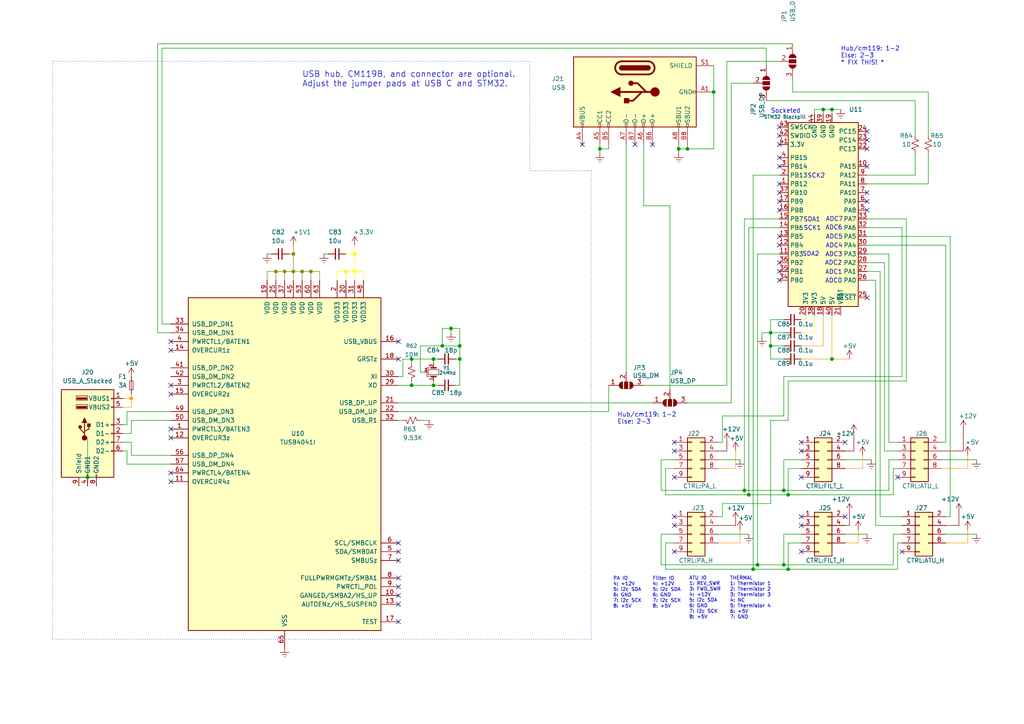
<source format=kicad_sch>
(kicad_sch (version 20230121) (generator eeschema)
  (paper "A4")
  (title_block (title "Control Logic") (rev "2023/08/20"))
  (lib_symbols
    (symbol "Connector:USB_A_Stacked" (pin_names (offset 1.016))
      (property "Reference" "J" (at 0 15.875 0))
      (property "Value" "USB_A_Stacked" (at 0 13.97 0))
      (symbol "USB_A_Stacked_1_1"
        (pin power_in line (at 10.16 10.16 180) (length 2.54) (name "VBUS1") (number "1"))
        (pin bidirectional line (at 10.16 0 180) (length 2.54) (name "D1-") (number "2"))
        (pin bidirectional line (at 10.16 2.54 180) (length 2.54) (name "D1+") (number "3"))
        (pin power_in line (at 0 -15.24 90) (length 2.54) (name "GND1") (number "4"))
        (pin power_in line (at 10.16 7.62 180) (length 2.54) (name "VBUS2") (number "5"))
        (pin bidirectional line (at 10.16 -5.08 180) (length 2.54) (name "D2-") (number "6"))
        (pin bidirectional line (at 10.16 -2.54 180) (length 2.54) (name "D2+") (number "7"))
        (pin power_in line (at 2.54 -15.24 90) (length 2.54) (name "GND2") (number "8"))
        (pin passive line (at -2.54 -15.24 90) (length 2.54) (name "Shield") (number "9"))
      )
    )
    (symbol "Connector:USB_C_Receptacle_USB2.0" (pin_names (offset 1.016))
      (property "Reference" "J" (at -10.16 19.05 0))
      (property "Value" "USB_C_Receptacle_USB2.0" (at 19.05 19.05 0))
      (symbol "USB_C_Receptacle_USB2.0_1_1"
        (pin passive line (at 0 -22.86 90) (length 5.08) (name "GND") (number "A1"))
        (pin passive line (at 0 -22.86 90) (length 5.08) hide (name "GND") (number "A12"))
        (pin passive line (at 15.24 15.24 180) (length 5.08) (name "VBUS") (number "A4"))
        (pin bidirectional line (at 15.24 10.16 180) (length 5.08) (name "CC1") (number "A5"))
        (pin bidirectional line (at 15.24 -2.54 180) (length 5.08) (name "D+") (number "A6"))
        (pin bidirectional line (at 15.24 2.54 180) (length 5.08) (name "D-") (number "A7"))
        (pin bidirectional line (at 15.24 -12.7 180) (length 5.08) (name "SBU1") (number "A8"))
        (pin passive line (at 15.24 15.24 180) (length 5.08) hide (name "VBUS") (number "A9"))
        (pin passive line (at 0 -22.86 90) (length 5.08) hide (name "GND") (number "B1"))
        (pin passive line (at 0 -22.86 90) (length 5.08) hide (name "GND") (number "B12"))
        (pin passive line (at 15.24 15.24 180) (length 5.08) hide (name "VBUS") (number "B4"))
        (pin bidirectional line (at 15.24 7.62 180) (length 5.08) (name "CC2") (number "B5"))
        (pin bidirectional line (at 15.24 -5.08 180) (length 5.08) (name "D+") (number "B6"))
        (pin bidirectional line (at 15.24 0 180) (length 5.08) (name "D-") (number "B7"))
        (pin bidirectional line (at 15.24 -15.24 180) (length 5.08) (name "SBU2") (number "B8"))
        (pin passive line (at 15.24 15.24 180) (length 5.08) hide (name "VBUS") (number "B9"))
        (pin passive line (at -7.62 -22.86 90) (length 5.08) (name "SHIELD") (number "S1"))
      )
    )
    (symbol "Connector_Generic:Conn_2Rows-09Pins" (pin_names (offset 1.016) hide)
      (property "Reference" "J" (at 1.27 7.62 0))
      (property "Value" "Conn_2Rows-09Pins" (at 1.27 -7.62 0))
      (symbol "Conn_2Rows-09Pins_1_1"
        (pin passive line (at -5.08 5.08 0) (length 3.81) (name "Pin_1") (number "1"))
        (pin passive line (at 7.62 5.08 180) (length 3.81) (name "Pin_2") (number "2"))
        (pin passive line (at -5.08 2.54 0) (length 3.81) (name "Pin_3") (number "3"))
        (pin passive line (at 7.62 2.54 180) (length 3.81) (name "Pin_4") (number "4"))
        (pin passive line (at -5.08 0 0) (length 3.81) (name "Pin_5") (number "5"))
        (pin passive line (at 7.62 0 180) (length 3.81) (name "Pin_6") (number "6"))
        (pin passive line (at -5.08 -2.54 0) (length 3.81) (name "Pin_7") (number "7"))
        (pin passive line (at 7.62 -2.54 180) (length 3.81) (name "Pin_8") (number "8"))
        (pin passive line (at -5.08 -5.08 0) (length 3.81) (name "Pin_9") (number "9"))
      )
    )
    (symbol "Device:C_Small" (pin_numbers hide) (pin_names (offset 0.254) hide)
      (property "Reference" "C" (at 0.254 1.778 0))
      (property "Value" "C_Small" (at 0.254 -2.032 0))
      (symbol "C_Small_1_1"
        (pin passive line (at 0 2.54 270) (length 2.032) (name "~") (number "1"))
        (pin passive line (at 0 -2.54 90) (length 2.032) (name "~") (number "2"))
      )
    )
    (symbol "Device:Crystal_GND2_Small" (pin_names (offset 1.016) hide)
      (property "Reference" "Y" (at 0 5.08 0))
      (property "Value" "Crystal_GND2_Small" (at 0 3.175 0))
      (symbol "Crystal_GND2_Small_1_1"
        (pin passive line (at -2.54 0 0) (length 1.27) (name "1") (number "1"))
        (pin passive line (at 0 -2.54 90) (length 0.635) (name "2") (number "2"))
        (pin passive line (at 2.54 0 180) (length 1.27) (name "3") (number "3"))
      )
    )
    (symbol "Device:Fuse_Small" (pin_numbers hide) (pin_names (offset 0.254) hide)
      (property "Reference" "F" (at 0 -1.524 0))
      (property "Value" "Fuse_Small" (at 0 1.524 0))
      (symbol "Fuse_Small_1_1"
        (pin passive line (at -2.54 0 0) (length 1.27) (name "~") (number "1"))
        (pin passive line (at 2.54 0 180) (length 1.27) (name "~") (number "2"))
      )
    )
    (symbol "Device:R_Small_US" (pin_numbers hide) (pin_names (offset 0.254) hide)
      (property "Reference" "R" (at 0.762 0.508 0))
      (property "Value" "R_Small_US" (at 0.762 -1.016 0))
      (symbol "R_Small_US_1_1"
        (pin passive line (at 0 2.54 270) (length 1.016) (name "~") (number "1"))
        (pin passive line (at 0 -2.54 90) (length 1.016) (name "~") (number "2"))
      )
    )
    (symbol "Interface_USB:TUSB4041I" (pin_names (offset 1.016))
      (property "Reference" "U" (at 15.24 53.34 0))
      (property "Value" "TUSB4041I" (at 15.24 50.8 0))
      (symbol "TUSB4041I_1_1"
        (pin bidirectional line (at 33.02 10.16 180) (length 5.08) (name "PWRCTL3/BATEN3") (number "1"))
        (pin bidirectional line (at -33.02 -38.1 0) (length 5.08) (name "GANGED/SMBA2/HS_UP") (number "10"))
        (pin input line (at 33.02 -5.08 180) (length 5.08) (name "OVERCUR4z") (number "11"))
        (pin input line (at 33.02 7.62 180) (length 5.08) (name "OVERCUR3z") (number "12"))
        (pin bidirectional line (at -33.02 -40.64 0) (length 5.08) (name "AUTOENz/HS_SUSPEND") (number "13"))
        (pin input line (at 33.02 33.02 180) (length 5.08) (name "OVERCUR1z") (number "14"))
        (pin input line (at 33.02 20.32 180) (length 5.08) (name "OVERCUR2z") (number "15"))
        (pin input line (at -33.02 35.56 0) (length 5.08) (name "USB_VBUS") (number "16"))
        (pin input line (at -33.02 -45.72 0) (length 5.08) (name "TEST") (number "17"))
        (pin input line (at -33.02 30.48 0) (length 5.08) (name "GRSTz") (number "18"))
        (pin power_in line (at 5.08 53.34 270) (length 5.08) (name "VDD") (number "19"))
        (pin power_in line (at -15.24 53.34 270) (length 5.08) (name "VDD33") (number "2"))
        (pin power_in line (at -17.78 53.34 270) (length 5.08) (name "VDD33") (number "20"))
        (pin bidirectional line (at -33.02 17.78 0) (length 5.08) (name "USB_DP_UP") (number "21"))
        (pin bidirectional line (at -33.02 15.24 0) (length 5.08) (name "USB_DM_UP") (number "22"))
        (pin bidirectional line (at 33.02 -17.78 180) (length 5.08) hide (name "RSVD") (number "23"))
        (pin bidirectional line (at 33.02 -20.32 180) (length 5.08) hide (name "RSVD") (number "24"))
        (pin power_in line (at 2.54 53.34 270) (length 5.08) (name "VDD") (number "25"))
        (pin bidirectional line (at 33.02 -22.86 180) (length 5.08) hide (name "RSVD") (number "26"))
        (pin bidirectional line (at 33.02 -25.4 180) (length 5.08) hide (name "RSVD") (number "27"))
        (pin no_connect line (at 33.02 -43.18 180) (length 5.08) hide (name "NC") (number "28"))
        (pin output line (at -33.02 22.86 0) (length 5.08) (name "XO") (number "29"))
        (pin bidirectional line (at 33.02 22.86 180) (length 5.08) (name "PWRCTL2/BATEN2") (number "3"))
        (pin input line (at -33.02 25.4 0) (length 5.08) (name "XI") (number "30"))
        (pin power_in line (at -20.32 53.34 270) (length 5.08) (name "VDD33") (number "31"))
        (pin input line (at -33.02 12.7 0) (length 5.08) (name "USB_R1") (number "32"))
        (pin bidirectional line (at 33.02 40.64 180) (length 5.08) (name "USB_DP_DN1") (number "33"))
        (pin bidirectional line (at 33.02 38.1 180) (length 5.08) (name "USB_DM_DN1") (number "34"))
        (pin bidirectional line (at 33.02 -27.94 180) (length 5.08) hide (name "RSVD") (number "35"))
        (pin bidirectional line (at 33.02 -30.48 180) (length 5.08) hide (name "RSVD") (number "36"))
        (pin power_in line (at 0 53.34 270) (length 5.08) (name "VDD") (number "37"))
        (pin bidirectional line (at 33.02 -33.02 180) (length 5.08) hide (name "RSVD") (number "38"))
        (pin bidirectional line (at 33.02 -35.56 180) (length 5.08) hide (name "RSVD") (number "39"))
        (pin bidirectional line (at 33.02 35.56 180) (length 5.08) (name "PWRCTL1/BATEN1") (number "4"))
        (pin no_connect line (at 33.02 -45.72 180) (length 5.08) hide (name "NC") (number "40"))
        (pin bidirectional line (at 33.02 27.94 180) (length 5.08) (name "USB_DP_DN2") (number "41"))
        (pin bidirectional line (at 33.02 25.4 180) (length 5.08) (name "USB_DM_DN2") (number "42"))
        (pin bidirectional line (at 33.02 -38.1 180) (length 5.08) hide (name "RSVD") (number "43"))
        (pin bidirectional line (at -33.02 7.62 0) (length 5.08) hide (name "RSVD") (number "44"))
        (pin power_in line (at -2.54 53.34 270) (length 5.08) (name "VDD") (number "45"))
        (pin bidirectional line (at -33.02 5.08 0) (length 5.08) hide (name "RSVD") (number "46"))
        (pin bidirectional line (at -33.02 2.54 0) (length 5.08) hide (name "RSVD") (number "47"))
        (pin power_in line (at -22.86 53.34 270) (length 5.08) (name "VDD33") (number "48"))
        (pin bidirectional line (at 33.02 15.24 180) (length 5.08) (name "USB_DP_DN3") (number "49"))
        (pin bidirectional line (at -33.02 -25.4 0) (length 5.08) (name "SDA/SMBDAT") (number "5"))
        (pin bidirectional line (at 33.02 12.7 180) (length 5.08) (name "USB_DM_DN3") (number "50"))
        (pin bidirectional line (at -33.02 0 0) (length 5.08) hide (name "RSVD") (number "51"))
        (pin bidirectional line (at -33.02 -2.54 0) (length 5.08) hide (name "RSVD") (number "52"))
        (pin power_in line (at -5.08 53.34 270) (length 5.08) (name "VDD") (number "53"))
        (pin bidirectional line (at -33.02 -5.08 0) (length 5.08) hide (name "RSVD") (number "54"))
        (pin bidirectional line (at -33.02 -7.62 0) (length 5.08) hide (name "RSVD") (number "55"))
        (pin bidirectional line (at 33.02 2.54 180) (length 5.08) (name "USB_DP_DN4") (number "56"))
        (pin bidirectional line (at 33.02 0 180) (length 5.08) (name "USB_DM_DN4") (number "57"))
        (pin bidirectional line (at -33.02 -10.16 0) (length 5.08) hide (name "RSVD") (number "58"))
        (pin bidirectional line (at -33.02 -12.7 0) (length 5.08) hide (name "RSVD") (number "59"))
        (pin bidirectional line (at -33.02 -22.86 0) (length 5.08) (name "SCL/SMBCLK") (number "6"))
        (pin power_in line (at -7.62 53.34 270) (length 5.08) (name "VDD") (number "60"))
        (pin bidirectional line (at -33.02 -15.24 0) (length 5.08) hide (name "RSVD") (number "61"))
        (pin bidirectional line (at -33.02 -17.78 0) (length 5.08) hide (name "RSVD") (number "62"))
        (pin power_in line (at -10.16 53.34 270) (length 5.08) (name "VDD") (number "63"))
        (pin bidirectional line (at 33.02 -2.54 180) (length 5.08) (name "PWRCTL4/BATEN4") (number "64"))
        (pin power_in line (at 0 -53.34 90) (length 5.08) (name "VSS") (number "65"))
        (pin bidirectional line (at -33.02 -27.94 0) (length 5.08) (name "SMBUSz") (number "7"))
        (pin bidirectional line (at -33.02 -33.02 0) (length 5.08) (name "FULLPWRMGMTz/SMBA1") (number "8"))
        (pin bidirectional line (at -33.02 -35.56 0) (length 5.08) (name "PWRCTL_POL") (number "9"))
      )
    )
    (symbol "Jumper:SolderJumper_3_Open" (pin_names (offset 0) hide)
      (property "Reference" "JP" (at -2.54 -2.54 0))
      (property "Value" "SolderJumper_3_Open" (at 0 2.794 0))
      (symbol "SolderJumper_3_Open_1_1"
        (pin passive line (at -5.08 0 0) (length 2.54) (name "A") (number "1"))
        (pin passive line (at 0 -3.81 90) (length 2.54) (name "C") (number "2"))
        (pin passive line (at 5.08 0 180) (length 2.54) (name "B") (number "3"))
      )
    )
    (symbol "blackpill_stlink:BlackPill_STLINK"
      (property "Reference" "U6" (at 4.5594 -27.5495 0))
      (property "Value" "BlackPill_STLINK" (at 4.5594 -30.3246 0))
      (symbol "BlackPill_STLINK_1_1"
        (pin bidirectional line (at 12.7 -7.62 180) (length 2.54) (name "PB12") (number "1"))
        (pin bidirectional line (at -12.7 -12.7 0) (length 2.54) (name "PA15") (number "10"))
        (pin bidirectional line (at 12.7 12.7 180) (length 2.54) (name "PB3") (number "11"))
        (pin bidirectional line (at 12.7 10.16 180) (length 2.54) (name "PB4") (number "12"))
        (pin bidirectional line (at 12.7 7.62 180) (length 2.54) (name "PB5") (number "13"))
        (pin bidirectional line (at 12.7 5.08 180) (length 2.54) (name "PB6") (number "14"))
        (pin bidirectional line (at 12.7 2.54 180) (length 2.54) (name "PB7") (number "15"))
        (pin bidirectional line (at 12.7 0 180) (length 2.54) (name "PB8") (number "16"))
        (pin bidirectional line (at 12.7 -2.54 180) (length 2.54) (name "PB9") (number "17"))
        (pin power_in line (at 0 30.48 270) (length 2.54) (name "5V") (number "18"))
        (pin power_in line (at -2.54 -27.94 90) (length 2.54) (name "GND") (number "19"))
        (pin bidirectional line (at 12.7 -10.16 180) (length 2.54) (name "PB13") (number "2"))
        (pin power_out line (at 5.08 30.48 270) (length 2.54) (name "3V3") (number "20"))
        (pin power_in line (at -5.08 30.48 270) (length 2.54) (name "VBAT") (number "21"))
        (pin bidirectional line (at -12.7 -17.78 0) (length 2.54) (name "PC13") (number "22"))
        (pin bidirectional line (at -12.7 -20.32 0) (length 2.54) (name "PC14") (number "23"))
        (pin bidirectional line (at -12.7 -22.86 0) (length 2.54) (name "PC15") (number "24"))
        (pin input line (at -12.7 25.4 0) (length 2.54) (name "~{RESET}") (number "25"))
        (pin bidirectional line (at -12.7 20.32 0) (length 2.54) (name "PA0") (number "26"))
        (pin bidirectional line (at -12.7 17.78 0) (length 2.54) (name "PA1") (number "27"))
        (pin bidirectional line (at -12.7 15.24 0) (length 2.54) (name "PA2") (number "28"))
        (pin bidirectional line (at -12.7 12.7 0) (length 2.54) (name "PA3") (number "29"))
        (pin bidirectional line (at 12.7 -12.7 180) (length 2.54) (name "PB14") (number "3"))
        (pin bidirectional line (at -12.7 10.16 0) (length 2.54) (name "PA4") (number "30"))
        (pin bidirectional line (at -12.7 7.62 0) (length 2.54) (name "PA5") (number "31"))
        (pin bidirectional line (at -12.7 5.08 0) (length 2.54) (name "PA6") (number "32"))
        (pin bidirectional line (at -12.7 2.54 0) (length 2.54) (name "PA7") (number "33"))
        (pin bidirectional line (at 12.7 20.32 180) (length 2.54) (name "PB0") (number "34"))
        (pin bidirectional line (at 12.7 17.78 180) (length 2.54) (name "PB1") (number "35"))
        (pin bidirectional line (at 12.7 15.24 180) (length 2.54) (name "PB2") (number "36"))
        (pin bidirectional line (at 12.7 -5.08 180) (length 2.54) (name "PB10") (number "37"))
        (pin power_out line (at 2.54 30.48 270) (length 2.54) (name "3V3") (number "38"))
        (pin power_in line (at 0 -27.94 90) (length 2.54) (name "GND") (number "39"))
        (pin bidirectional line (at 12.7 -15.24 180) (length 2.54) (name "PB15") (number "4"))
        (pin passive line (at -2.54 30.48 270) (length 2.54) (name "5V") (number "40"))
        (pin power_out line (at 12.7 -19.05 180) (length 2.54) (name "3.3V") (number "41"))
        (pin bidirectional line (at 12.7 -21.59 180) (length 2.54) (name "SWDIO") (number "42"))
        (pin bidirectional line (at 12.7 -24.13 180) (length 2.54) (name "SWSCK") (number "43"))
        (pin power_in line (at 2.54 -27.94 90) (length 2.54) (name "GND") (number "44"))
        (pin bidirectional line (at -12.7 0 0) (length 2.54) (name "PA8") (number "5"))
        (pin bidirectional line (at -12.7 -2.54 0) (length 2.54) (name "PA9") (number "6"))
        (pin bidirectional line (at -12.7 -5.08 0) (length 2.54) (name "PA10") (number "7"))
        (pin bidirectional line (at -12.7 -7.62 0) (length 2.54) (name "PA11") (number "8"))
        (pin bidirectional line (at -12.7 -10.16 0) (length 2.54) (name "PA12") (number "9"))
      )
    )
    (symbol "power:+12V" (power) (pin_names (offset 0))
      (property "Value" "+12V" (at 0 3.556 0))
      (symbol "+12V_1_1"
        (pin power_in line (at 0 0 90) (length 0) hide (name "+12V") (number "1"))
      )
    )
    (symbol "power:+1V1" (power) (pin_names (offset 0))
      (property "Value" "+1V1" (at 0 3.556 0))
      (symbol "+1V1_1_1"
        (pin power_in line (at 0 0 90) (length 0) hide (name "+1V1") (number "1"))
      )
    )
    (symbol "power:+3.3V" (power) (pin_names (offset 0))
      (property "Value" "+3.3V" (at 0 3.556 0))
      (symbol "+3.3V_1_1"
        (pin power_in line (at 0 0 90) (length 0) hide (name "+3.3V") (number "1"))
      )
    )
    (symbol "power:+5V" (power) (pin_names (offset 0))
      (property "Value" "+5V" (at 0 3.556 0))
      (symbol "+5V_1_1"
        (pin power_in line (at 0 0 90) (length 0) hide (name "+5V") (number "1"))
      )
    )
    (symbol "power:Earth" (power) (pin_names (offset 0))
      (symbol "Earth_1_1"
        (pin power_in line (at 0 0 270) (length 0) hide (name "Earth") (number "1"))
      )
    )
  )
  (junction (at 223.52 96.52))
  (junction (at 102.87 78.74) (color 255 255 0 1))
  (junction (at 80.01 78.74) (color 132 132 0 1))
  (junction (at 38.1 115.57) (color 255 153 0 1))
  (junction (at 219.71 163.83))
  (junction (at 241.3 104.14))
  (junction (at 102.87 73.66) (color 255 255 0 1))
  (junction (at 228.6 165.1))
  (junction (at 85.09 78.74) (color 132 132 0 1))
  (junction (at 215.9 142.24))
  (junction (at 217.17 143.51))
  (junction (at 85.09 73.66) (color 132 132 0 1))
  (junction (at 227.33 163.83))
  (junction (at 207.01 26.67))
  (junction (at 130.81 95.25))
  (junction (at 218.44 165.1))
  (junction (at 238.76 31.75))
  (junction (at 125.73 104.14))
  (junction (at 90.17 78.74) (color 132 132 0 1))
  (junction (at 173.99 43.18))
  (junction (at 87.63 78.74) (color 132 132 0 1))
  (junction (at 133.35 104.14))
  (junction (at 223.52 100.33))
  (junction (at 133.35 100.33))
  (junction (at 227.33 142.24))
  (junction (at 241.3 31.75))
  (junction (at 199.39 43.18))
  (junction (at 100.33 78.74) (color 255 255 0 1))
  (junction (at 128.27 100.33))
  (junction (at 196.85 43.18))
  (junction (at 119.38 111.76))
  (junction (at 25.4 138.43))
  (junction (at 119.38 104.14))
  (junction (at 82.55 78.74) (color 132 132 0 1))
  (junction (at 125.73 111.76))
  (junction (at 228.6 143.51))
  (no_connect (at 49.53 114.3))
  (no_connect (at 115.57 157.48))
  (no_connect (at 115.57 162.56))
  (no_connect (at 226.06 55.88))
  (no_connect (at 49.53 139.7))
  (no_connect (at 226.06 81.28))
  (no_connect (at 232.41 128.27))
  (no_connect (at 195.58 138.43))
  (no_connect (at 184.15 41.91))
  (no_connect (at 245.11 149.86))
  (no_connect (at 115.57 104.14))
  (no_connect (at 251.46 43.18))
  (no_connect (at 115.57 180.34))
  (no_connect (at 226.06 78.74))
  (no_connect (at 195.58 160.02))
  (no_connect (at 49.53 99.06))
  (no_connect (at 115.57 175.26))
  (no_connect (at 251.46 40.64))
  (no_connect (at 226.06 48.26))
  (no_connect (at 245.11 128.27))
  (no_connect (at 189.23 41.91))
  (no_connect (at 226.06 71.12))
  (no_connect (at 168.91 41.91))
  (no_connect (at 49.53 111.76))
  (no_connect (at 195.58 128.27))
  (no_connect (at 49.53 124.46))
  (no_connect (at 115.57 170.18))
  (no_connect (at 232.41 130.81))
  (no_connect (at 261.62 160.02))
  (no_connect (at 115.57 160.02))
  (no_connect (at 226.06 41.91))
  (no_connect (at 232.41 149.86))
  (no_connect (at 226.06 53.34))
  (no_connect (at 195.58 152.4))
  (no_connect (at 115.57 172.72))
  (no_connect (at 115.57 167.64))
  (no_connect (at 251.46 55.88))
  (no_connect (at 49.53 137.16))
  (no_connect (at 232.41 138.43))
  (no_connect (at 115.57 99.06))
  (no_connect (at 232.41 160.02))
  (no_connect (at 49.53 127))
  (no_connect (at 251.46 58.42))
  (no_connect (at 226.06 58.42))
  (no_connect (at 251.46 38.1))
  (no_connect (at 226.06 68.58))
  (no_connect (at 226.06 60.96))
  (no_connect (at 251.46 86.36))
  (no_connect (at 251.46 60.96))
  (no_connect (at 226.06 39.37))
  (no_connect (at 260.35 138.43))
  (no_connect (at 226.06 76.2))
  (no_connect (at 251.46 48.26))
  (no_connect (at 195.58 149.86))
  (no_connect (at 195.58 130.81))
  (no_connect (at 226.06 45.72))
  (no_connect (at 232.41 152.4))
  (no_connect (at 226.06 36.83))
  (no_connect (at 49.53 101.6))
  (wire (pts (xy 102.87 81.28) (xy 102.87 78.74)) (stroke (width 0) (color 255 255 0 1)))
  (wire (pts (xy 191.77 142.24) (xy 215.9 142.24)))
  (wire (pts (xy 121.92 107.95) (xy 121.92 100.33)))
  (wire (pts (xy 227.33 92.71) (xy 223.52 92.71)))
  (wire (pts (xy 218.44 165.1) (xy 228.6 165.1)))
  (wire (pts (xy 173.99 43.18) (xy 173.99 41.91)))
  (wire (pts (xy 217.17 154.94) (xy 208.28 154.94)))
  (wire (pts (xy 274.32 71.12) (xy 251.46 71.12)))
  (wire (pts (xy 209.55 146.05) (xy 209.55 149.86)))
  (wire (pts (xy 241.3 33.02) (xy 241.3 31.75)))
  (wire (pts (xy 125.73 111.76) (xy 127 111.76)))
  (polyline (pts (xy 92.71 17.78) (xy 92.71 17.78)))
  (wire (pts (xy 209.55 149.86) (xy 208.28 149.86)))
  (wire (pts (xy 82.55 81.28) (xy 82.55 78.74)) (stroke (width 0) (color 132 132 0 1)))
  (wire (pts (xy 222.25 29.21) (xy 265.43 29.21)))
  (wire (pts (xy 232.41 157.48) (xy 228.6 157.48)))
  (polyline (pts (xy 171.45 111.76) (xy 171.45 111.76)))
  (wire (pts (xy 116.84 104.14) (xy 116.84 109.22)))
  (wire (pts (xy 254 152.4) (xy 261.62 152.4)))
  (wire (pts (xy 36.83 130.81) (xy 35.56 130.81)))
  (wire (pts (xy 227.33 163.83) (xy 259.08 163.83)))
  (wire (pts (xy 261.62 154.94) (xy 259.08 154.94)))
  (wire (pts (xy 275.59 68.58) (xy 251.46 68.58)))
  (wire (pts (xy 257.81 128.27) (xy 260.35 128.27)))
  (wire (pts (xy 45.72 12.7) (xy 45.72 96.52)))
  (wire (pts (xy 132.08 104.14) (xy 133.35 104.14)))
  (wire (pts (xy 238.76 33.02) (xy 238.76 31.75)))
  (wire (pts (xy 85.09 73.66) (xy 83.82 73.66)) (stroke (width 0) (color 132 132 0 1)))
  (wire (pts (xy 245.11 154.94) (xy 251.46 154.94)))
  (wire (pts (xy 191.77 133.35) (xy 195.58 133.35)))
  (polyline (pts (xy 15.24 17.78) (xy 15.24 185.42)) (stroke (width 0) (type dot)))
  (wire (pts (xy 115.57 111.76) (xy 119.38 111.76)))
  (wire (pts (xy 186.69 111.76) (xy 210.82 111.76)))
  (wire (pts (xy 115.57 116.84) (xy 189.23 116.84)))
  (wire (pts (xy 241.3 104.14) (xy 246.38 104.14)) (stroke (width 0) (color 255 153 0 1)))
  (wire (pts (xy 274.32 71.12) (xy 274.32 128.27)))
  (wire (pts (xy 121.92 121.92) (xy 124.46 121.92)))
  (wire (pts (xy 217.17 66.04) (xy 217.17 143.51)))
  (wire (pts (xy 125.73 104.14) (xy 125.73 105.41)))
  (wire (pts (xy 278.13 152.4) (xy 274.32 152.4)) (stroke (width 0) (color 132 0 0 1)))
  (wire (pts (xy 176.53 41.91) (xy 176.53 43.18)))
  (wire (pts (xy 283.21 154.94) (xy 274.32 154.94)))
  (wire (pts (xy 223.52 104.14) (xy 223.52 100.33)))
  (wire (pts (xy 132.08 111.76) (xy 133.35 111.76)))
  (wire (pts (xy 269.24 53.34) (xy 251.46 53.34)))
  (wire (pts (xy 102.87 73.66) (xy 102.87 71.12)) (stroke (width 0) (color 255 255 0 1)))
  (wire (pts (xy 220.98 96.52) (xy 223.52 96.52)))
  (wire (pts (xy 208.28 128.27) (xy 209.55 128.27)))
  (wire (pts (xy 232.41 135.89) (xy 228.6 135.89)))
  (wire (pts (xy 176.53 111.76) (xy 176.53 119.38)))
  (wire (pts (xy 38.1 132.08) (xy 38.1 128.27)))
  (wire (pts (xy 236.22 31.75) (xy 238.76 31.75)))
  (wire (pts (xy 280.67 157.48) (xy 274.32 157.48)) (stroke (width 0) (color 255 153 0 1)))
  (wire (pts (xy 193.04 157.48) (xy 195.58 157.48)))
  (wire (pts (xy 228.6 110.49) (xy 228.6 121.92)))
  (wire (pts (xy 102.87 73.66) (xy 100.33 73.66)) (stroke (width 0) (color 255 255 0 1)))
  (wire (pts (xy 193.04 135.89) (xy 193.04 143.51)))
  (wire (pts (xy 212.09 116.84) (xy 212.09 24.13)))
  (wire (pts (xy 208.28 152.4) (xy 213.36 152.4)) (stroke (width 0) (color 132 0 0 1)))
  (wire (pts (xy 176.53 119.38) (xy 115.57 119.38)))
  (wire (pts (xy 251.46 63.5) (xy 262.89 63.5)))
  (wire (pts (xy 280.67 135.89) (xy 273.05 135.89)) (stroke (width 0) (color 255 153 0 1)))
  (wire (pts (xy 38.1 114.3) (xy 38.1 115.57)) (stroke (width 0) (color 255 153 0 1)))
  (wire (pts (xy 261.62 66.04) (xy 251.46 66.04)))
  (polyline (pts (xy 171.45 185.42) (xy 171.45 111.76)) (stroke (width 0) (type dot)))
  (wire (pts (xy 228.6 121.92) (xy 223.52 121.92)))
  (wire (pts (xy 125.73 111.76) (xy 125.73 110.49)))
  (wire (pts (xy 199.39 43.18) (xy 196.85 43.18)))
  (polyline (pts (xy 171.45 111.76) (xy 171.45 49.53)) (stroke (width 0) (type dot)))
  (wire (pts (xy 227.33 133.35) (xy 227.33 142.24)))
  (wire (pts (xy 22.86 140.97) (xy 22.86 138.43)))
  (wire (pts (xy 80.01 78.74) (xy 82.55 78.74)) (stroke (width 0) (color 132 132 0 1)))
  (wire (pts (xy 238.76 100.33) (xy 238.76 91.44)) (stroke (width 0) (color 255 153 0 1)))
  (wire (pts (xy 92.71 78.74) (xy 90.17 78.74)) (stroke (width 0) (color 132 132 0 1)))
  (wire (pts (xy 210.82 130.81) (xy 210.82 128.27)) (stroke (width 0) (color 132 0 0 1)))
  (wire (pts (xy 212.09 24.13) (xy 218.44 24.13)))
  (wire (pts (xy 279.4 124.46) (xy 279.4 130.81)) (stroke (width 0) (color 132 0 0 1)))
  (wire (pts (xy 219.71 73.66) (xy 219.71 163.83)))
  (wire (pts (xy 223.52 121.92) (xy 223.52 146.05)))
  (wire (pts (xy 181.61 41.91) (xy 181.61 107.95)))
  (wire (pts (xy 199.39 116.84) (xy 212.09 116.84)))
  (wire (pts (xy 241.3 104.14) (xy 241.3 91.44)) (stroke (width 0) (color 255 153 0 1)))
  (wire (pts (xy 85.09 78.74) (xy 87.63 78.74)) (stroke (width 0) (color 132 132 0 1)))
  (wire (pts (xy 36.83 134.62) (xy 49.53 134.62)))
  (wire (pts (xy 228.6 157.48) (xy 228.6 165.1)))
  (wire (pts (xy 97.79 81.28) (xy 97.79 78.74)) (stroke (width 0) (color 255 255 0 1)))
  (wire (pts (xy 228.6 165.1) (xy 260.35 165.1)))
  (wire (pts (xy 226.06 66.04) (xy 217.17 66.04)))
  (wire (pts (xy 100.33 81.28) (xy 100.33 78.74)) (stroke (width 0) (color 255 255 0 1)))
  (wire (pts (xy 251.46 73.66) (xy 257.81 73.66)))
  (wire (pts (xy 38.1 118.11) (xy 38.1 115.57)) (stroke (width 0) (color 255 153 0 1)))
  (wire (pts (xy 223.52 96.52) (xy 223.52 92.71)))
  (wire (pts (xy 22.86 138.43) (xy 25.4 138.43)))
  (wire (pts (xy 245.11 152.4) (xy 246.38 152.4)) (stroke (width 0) (color 132 0 0 1)))
  (wire (pts (xy 209.55 128.27) (xy 209.55 120.65)))
  (wire (pts (xy 77.47 78.74) (xy 80.01 78.74)) (stroke (width 0) (color 132 132 0 1)))
  (wire (pts (xy 199.39 41.91) (xy 199.39 43.18)))
  (wire (pts (xy 226.06 50.8) (xy 218.44 50.8)))
  (wire (pts (xy 213.36 130.81) (xy 213.36 135.89)) (stroke (width 0) (color 255 153 0 1)))
  (wire (pts (xy 256.54 130.81) (xy 260.35 130.81)))
  (wire (pts (xy 274.32 128.27) (xy 273.05 128.27)))
  (wire (pts (xy 229.87 26.67) (xy 229.87 22.86)))
  (wire (pts (xy 193.04 165.1) (xy 218.44 165.1)))
  (wire (pts (xy 233.68 92.71) (xy 232.41 92.71)) (stroke (width 0) (color 255 255 0 1)))
  (wire (pts (xy 186.69 59.69) (xy 194.31 59.69)))
  (wire (pts (xy 199.39 43.18) (xy 207.01 43.18)))
  (wire (pts (xy 46.99 13.97) (xy 222.25 13.97)))
  (wire (pts (xy 251.46 78.74) (xy 255.27 78.74)))
  (wire (pts (xy 238.76 100.33) (xy 232.41 100.33)) (stroke (width 0) (color 255 153 0 1)))
  (wire (pts (xy 210.82 17.78) (xy 226.06 17.78)))
  (wire (pts (xy 25.4 138.43) (xy 27.94 138.43)))
  (wire (pts (xy 217.17 143.51) (xy 228.6 143.51)))
  (polyline (pts (xy 15.24 185.42) (xy 171.45 185.42)) (stroke (width 0) (type dot)))
  (wire (pts (xy 38.1 121.92) (xy 49.53 121.92)))
  (wire (pts (xy 223.52 146.05) (xy 209.55 146.05)))
  (wire (pts (xy 226.06 63.5) (xy 215.9 63.5)))
  (wire (pts (xy 105.41 81.28) (xy 105.41 78.74)) (stroke (width 0) (color 255 255 0 1)))
  (wire (pts (xy 214.63 157.48) (xy 214.63 153.67)) (stroke (width 0) (color 255 153 0 1)))
  (wire (pts (xy 80.01 81.28) (xy 80.01 78.74)) (stroke (width 0) (color 132 132 0 1)))
  (wire (pts (xy 218.44 50.8) (xy 218.44 165.1)))
  (wire (pts (xy 261.62 157.48) (xy 260.35 157.48)))
  (wire (pts (xy 191.77 163.83) (xy 219.71 163.83)))
  (wire (pts (xy 275.59 149.86) (xy 274.32 149.86)))
  (wire (pts (xy 207.01 43.18) (xy 207.01 26.67)))
  (wire (pts (xy 133.35 104.14) (xy 133.35 100.33)))
  (wire (pts (xy 227.33 154.94) (xy 227.33 163.83)))
  (wire (pts (xy 191.77 142.24) (xy 191.77 133.35)))
  (wire (pts (xy 196.85 43.18) (xy 196.85 44.45)))
  (wire (pts (xy 278.13 148.59) (xy 278.13 152.4)) (stroke (width 0) (color 132 0 0 1)))
  (wire (pts (xy 232.41 133.35) (xy 227.33 133.35)))
  (wire (pts (xy 27.94 140.97) (xy 27.94 138.43)))
  (wire (pts (xy 262.89 110.49) (xy 228.6 110.49)))
  (wire (pts (xy 255.27 149.86) (xy 261.62 149.86)))
  (wire (pts (xy 246.38 148.59) (xy 246.38 152.4)) (stroke (width 0) (color 132 0 0 1)))
  (wire (pts (xy 115.57 121.92) (xy 116.84 121.92)))
  (wire (pts (xy 128.27 95.25) (xy 128.27 100.33)))
  (wire (pts (xy 119.38 104.14) (xy 116.84 104.14)))
  (wire (pts (xy 226.06 73.66) (xy 219.71 73.66)))
  (wire (pts (xy 223.52 100.33) (xy 223.52 96.52)))
  (wire (pts (xy 125.73 111.76) (xy 119.38 111.76)))
  (wire (pts (xy 130.81 95.25) (xy 128.27 95.25)))
  (wire (pts (xy 25.4 138.43) (xy 25.4 140.97)))
  (wire (pts (xy 257.81 73.66) (xy 257.81 128.27)))
  (wire (pts (xy 119.38 111.76) (xy 119.38 110.49)))
  (polyline (pts (xy 171.45 49.53) (xy 153.67 49.53)) (stroke (width 0) (type dot)))
  (wire (pts (xy 227.33 96.52) (xy 223.52 96.52)))
  (wire (pts (xy 248.92 153.67) (xy 248.92 157.48)) (stroke (width 0) (color 255 153 0 1)))
  (wire (pts (xy 236.22 96.52) (xy 236.22 91.44)) (stroke (width 0) (color 255 255 0 1)))
  (wire (pts (xy 87.63 81.28) (xy 87.63 78.74)) (stroke (width 0) (color 132 132 0 1)))
  (wire (pts (xy 213.36 135.89) (xy 208.28 135.89)) (stroke (width 0) (color 255 153 0 1)))
  (wire (pts (xy 227.33 100.33) (xy 223.52 100.33)))
  (wire (pts (xy 215.9 63.5) (xy 215.9 142.24)))
  (wire (pts (xy 102.87 78.74) (xy 102.87 73.66)) (stroke (width 0) (color 255 255 0 1)))
  (wire (pts (xy 123.19 107.95) (xy 121.92 107.95)))
  (wire (pts (xy 280.67 153.67) (xy 280.67 157.48)) (stroke (width 0) (color 255 153 0 1)))
  (wire (pts (xy 265.43 29.21) (xy 265.43 39.37)))
  (wire (pts (xy 252.73 133.35) (xy 245.11 133.35)))
  (wire (pts (xy 220.98 97.79) (xy 220.98 96.52)))
  (wire (pts (xy 195.58 135.89) (xy 193.04 135.89)))
  (wire (pts (xy 77.47 81.28) (xy 77.47 78.74)) (stroke (width 0) (color 132 132 0 1)))
  (wire (pts (xy 97.79 78.74) (xy 100.33 78.74)) (stroke (width 0) (color 255 255 0 1)))
  (wire (pts (xy 130.81 95.25) (xy 130.81 96.52)))
  (wire (pts (xy 121.92 100.33) (xy 128.27 100.33)))
  (wire (pts (xy 260.35 135.89) (xy 259.08 135.89)))
  (wire (pts (xy 176.53 43.18) (xy 173.99 43.18)))
  (wire (pts (xy 78.74 73.66) (xy 77.47 73.66)))
  (wire (pts (xy 260.35 157.48) (xy 260.35 165.1)))
  (wire (pts (xy 49.53 93.98) (xy 46.99 93.98)))
  (wire (pts (xy 46.99 13.97) (xy 46.99 93.98)))
  (wire (pts (xy 262.89 63.5) (xy 262.89 110.49)))
  (wire (pts (xy 35.56 118.11) (xy 38.1 118.11)) (stroke (width 0) (color 255 153 0 1)))
  (wire (pts (xy 259.08 154.94) (xy 259.08 163.83)))
  (wire (pts (xy 251.46 81.28) (xy 254 81.28)))
  (wire (pts (xy 92.71 81.28) (xy 92.71 78.74)) (stroke (width 0) (color 132 132 0 1)))
  (wire (pts (xy 90.17 81.28) (xy 90.17 78.74)) (stroke (width 0) (color 132 132 0 1)))
  (wire (pts (xy 250.19 132.08) (xy 250.19 135.89)) (stroke (width 0) (color 255 153 0 1)))
  (wire (pts (xy 261.62 109.22) (xy 261.62 66.04)))
  (wire (pts (xy 257.81 133.35) (xy 257.81 142.24)))
  (wire (pts (xy 213.36 152.4) (xy 213.36 151.13)) (stroke (width 0) (color 132 0 0 1)))
  (wire (pts (xy 208.28 157.48) (xy 214.63 157.48)) (stroke (width 0) (color 255 153 0 1)))
  (wire (pts (xy 254 81.28) (xy 254 152.4)))
  (wire (pts (xy 133.35 100.33) (xy 133.35 95.25)))
  (wire (pts (xy 273.05 133.35) (xy 283.21 133.35)))
  (wire (pts (xy 25.4 138.43) (xy 25.4 127)))
  (wire (pts (xy 259.08 143.51) (xy 228.6 143.51)))
  (wire (pts (xy 259.08 135.89) (xy 259.08 143.51)))
  (wire (pts (xy 229.87 26.67) (xy 269.24 26.67)))
  (wire (pts (xy 265.43 44.45) (xy 265.43 50.8)))
  (wire (pts (xy 255.27 78.74) (xy 255.27 149.86)))
  (wire (pts (xy 87.63 78.74) (xy 90.17 78.74)) (stroke (width 0) (color 132 132 0 1)))
  (wire (pts (xy 105.41 78.74) (xy 102.87 78.74)) (stroke (width 0) (color 255 255 0 1)))
  (wire (pts (xy 119.38 104.14) (xy 119.38 105.41)))
  (wire (pts (xy 193.04 165.1) (xy 193.04 157.48)))
  (wire (pts (xy 233.68 91.44) (xy 233.68 92.71)) (stroke (width 0) (color 255 255 0 1)))
  (wire (pts (xy 256.54 76.2) (xy 256.54 130.81)))
  (wire (pts (xy 227.33 120.65) (xy 227.33 109.22)))
  (wire (pts (xy 279.4 130.81) (xy 273.05 130.81)) (stroke (width 0) (color 132 0 0 1)))
  (wire (pts (xy 265.43 50.8) (xy 251.46 50.8)))
  (wire (pts (xy 85.09 81.28) (xy 85.09 78.74)) (stroke (width 0) (color 132 132 0 1)))
  (wire (pts (xy 116.84 109.22) (xy 115.57 109.22)))
  (wire (pts (xy 232.41 104.14) (xy 241.3 104.14)) (stroke (width 0) (color 255 153 0 1)))
  (wire (pts (xy 222.25 13.97) (xy 222.25 19.05)))
  (wire (pts (xy 186.69 41.91) (xy 186.69 59.69)))
  (wire (pts (xy 269.24 44.45) (xy 269.24 53.34)))
  (wire (pts (xy 36.83 134.62) (xy 36.83 130.81)))
  (wire (pts (xy 125.73 104.14) (xy 127 104.14)))
  (wire (pts (xy 38.1 125.73) (xy 38.1 121.92)))
  (polyline (pts (xy 15.24 17.78) (xy 153.67 17.78)) (stroke (width 0) (type dot)))
  (wire (pts (xy 208.28 133.35) (xy 214.63 133.35)))
  (wire (pts (xy 36.83 123.19) (xy 36.83 119.38)))
  (wire (pts (xy 260.35 133.35) (xy 257.81 133.35)))
  (wire (pts (xy 227.33 109.22) (xy 261.62 109.22)))
  (wire (pts (xy 38.1 132.08) (xy 49.53 132.08)))
  (wire (pts (xy 130.81 95.25) (xy 133.35 95.25)))
  (wire (pts (xy 85.09 78.74) (xy 85.09 73.66)) (stroke (width 0) (color 132 132 0 1)))
  (wire (pts (xy 245.11 157.48) (xy 248.92 157.48)) (stroke (width 0) (color 255 153 0 1)))
  (wire (pts (xy 196.85 41.91) (xy 196.85 43.18)))
  (wire (pts (xy 173.99 43.18) (xy 173.99 44.45)))
  (wire (pts (xy 247.65 130.81) (xy 245.11 130.81)) (stroke (width 0) (color 132 0 0 1)))
  (wire (pts (xy 194.31 59.69) (xy 194.31 113.03)))
  (wire (pts (xy 36.83 119.38) (xy 49.53 119.38)))
  (wire (pts (xy 236.22 33.02) (xy 236.22 31.75)))
  (wire (pts (xy 209.55 120.65) (xy 227.33 120.65)))
  (wire (pts (xy 45.72 12.7) (xy 229.87 12.7)))
  (wire (pts (xy 35.56 125.73) (xy 38.1 125.73)))
  (polyline (pts (xy 153.67 49.53) (xy 153.67 17.78)) (stroke (width 0) (type dot)))
  (wire (pts (xy 227.33 104.14) (xy 223.52 104.14)))
  (wire (pts (xy 133.35 111.76) (xy 133.35 104.14)))
  (wire (pts (xy 128.27 100.33) (xy 133.35 100.33)))
  (wire (pts (xy 85.09 73.66) (xy 85.09 71.12)) (stroke (width 0) (color 132 132 0 1)))
  (wire (pts (xy 195.58 154.94) (xy 191.77 154.94)))
  (wire (pts (xy 38.1 115.57) (xy 35.56 115.57)) (stroke (width 0) (color 255 153 0 1)))
  (wire (pts (xy 269.24 26.67) (xy 269.24 39.37)))
  (wire (pts (xy 251.46 76.2) (xy 256.54 76.2)))
  (wire (pts (xy 275.59 68.58) (xy 275.59 149.86)))
  (wire (pts (xy 36.83 123.19) (xy 35.56 123.19)))
  (wire (pts (xy 241.3 31.75) (xy 243.84 31.75)))
  (wire (pts (xy 257.81 142.24) (xy 227.33 142.24)))
  (wire (pts (xy 193.04 143.51) (xy 217.17 143.51)))
  (wire (pts (xy 238.76 31.75) (xy 241.3 31.75)))
  (wire (pts (xy 125.73 104.14) (xy 119.38 104.14)))
  (wire (pts (xy 215.9 142.24) (xy 227.33 142.24)))
  (wire (pts (xy 207.01 26.67) (xy 207.01 19.05)))
  (wire (pts (xy 82.55 78.74) (xy 85.09 78.74)) (stroke (width 0) (color 132 132 0 1)))
  (wire (pts (xy 208.28 130.81) (xy 210.82 130.81)) (stroke (width 0) (color 132 0 0 1)))
  (wire (pts (xy 35.56 128.27) (xy 38.1 128.27)))
  (wire (pts (xy 250.19 135.89) (xy 245.11 135.89)) (stroke (width 0) (color 255 153 0 1)))
  (wire (pts (xy 93.98 73.66) (xy 95.25 73.66)))
  (wire (pts (xy 191.77 154.94) (xy 191.77 163.83)))
  (wire (pts (xy 247.65 125.73) (xy 247.65 130.81)) (stroke (width 0) (color 132 0 0 1)))
  (wire (pts (xy 219.71 163.83) (xy 227.33 163.83)))
  (wire (pts (xy 210.82 17.78) (xy 210.82 111.76)))
  (wire (pts (xy 280.67 132.08) (xy 280.67 135.89)) (stroke (width 0) (color 255 153 0 1)))
  (wire (pts (xy 232.41 96.52) (xy 236.22 96.52)) (stroke (width 0) (color 255 255 0 1)))
  (wire (pts (xy 228.6 135.89) (xy 228.6 143.51)))
  (wire (pts (xy 232.41 154.94) (xy 227.33 154.94)))
  (wire (pts (xy 100.33 78.74) (xy 102.87 78.74)) (stroke (width 0) (color 255 255 0 1)))
  (wire (pts (xy 49.53 96.52) (xy 45.72 96.52)))
  (text "ADC7" (at 239.4858 64.4143 0) (effects (font (size 1.27 1.27)) (justify left bottom)))
  (text "SCK2" (at 234.1737 51.8292 0) (effects (font (size 1.27 1.27)) (justify left bottom)))
  (text "PA IO\n4: +12V\n5: i2c SDA\n6: GND\n7: i2c SCK\n8: +5V\n" (at 177.8 176.53 0) (effects (font (size 1 1)) (justify left bottom)))
  (text "ADC5" (at 239.4439 69.5394 0) (effects (font (size 1.27 1.27)) (justify left bottom)))
  (text "Filter IO\n4: +12V\n5: i2c SDA\n6: GND\n7: i2c SCK\n8: +5V\n" (at 189.23 176.53 0) (effects (font (size 1 1)) (justify left bottom)))
  (text "ADC0" (at 239.284 82.2904 0) (effects (font (size 1.27 1.27)) (justify left bottom)))
  (text "SDA2" (at 232.7114 74.5357 0) (effects (font (size 1.27 1.27)) (justify left bottom)))
  (text "ATU IO\n1: REV_SWR\n3: FWD_SWR\n4: +12V\n5: i2c SDA\n6: GND\n7: i2c SCK\n8: +5V\n" (at 199.8565 179.6548 0) (effects (font (size 1 1)) (justify left bottom)))
  (text "Hub/cm119: 1-2\nElse: 2-3" (at 179.07 123.19 0) (effects (font (size 1.27 1.27)) (justify left bottom)))
  (text "ADC4" (at 239.4245 72.0643 0) (effects (font (size 1.27 1.27)) (justify left bottom)))
  (text "ADC1" (at 239.3034 79.7655 0) (effects (font (size 1.27 1.27)) (justify left bottom)))
  (text "ADC3" (at 239.3453 74.6404 0) (effects (font (size 1.27 1.27)) (justify left bottom)))
  (text "SDA1" (at 232.9838 64.5124 0) (effects (font (size 1.27 1.27)) (justify left bottom)))
  (text "Hub/cm119: 1-2\nElse: 2-3\n* FIX THIS! *" (at 243.84 19.05 0) (effects (font (size 1.27 1.27)) (justify left bottom)))
  (text "THERMAL\n1: Thermistor 1\n2: Thermistor 2\n3: Thermistor 3\n4: NC\n5: Thermistor 4\n6: +5V\n7: GND\n" (at 211.663 179.6857 0) (effects (font (size 1 1)) (justify left bottom)))
  (text "USB hub, CM119B, and connector are optional.\nAdjust the jumper pads at USB C and STM32." (at 87.63 25.4 0) (effects (font (size 1.7 1.7)) (justify left bottom)))
  (text "Socketed" (at 223.52 33.02 0) (effects (font (size 1.27 1.27)) (justify left bottom)))
  (text "ADC6" (at 239.356 66.881 0) (effects (font (size 1.27 1.27)) (justify left bottom)))
  (text "SCK1" (at 233.059 66.9918 0) (effects (font (size 1.27 1.27)) (justify left bottom)))
  (text "ADC2" (at 239.2155 77.1071 0) (effects (font (size 1.27 1.27)) (justify left bottom)))
  (symbol (lib_id "power:Earth") (at 283.21 154.94 0) (mirror y) (unit 1)
    (property "Reference" "#PWR0162" (effects hide))
    (property "Value" "Earth" (effects hide))
  )
  (symbol (lib_id "power:+12V") (at 213.36 151.13 0) (unit 1)
    (property "Reference" "#PWR0141" (effects hide))
    (property "Value" "+12V" (at 213.36 147.32 0))
  )
  (symbol (lib_id "power:Earth") (at 124.46 121.92 0) (mirror y) (unit 1)
    (property "Reference" "#PWR0136" (effects hide))
    (property "Value" "Earth" (effects hide))
  )
  (symbol (lib_id "power:Earth") (at 25.4 127 0) (unit 1)
    (property "Reference" "#PWR0127" (effects hide))
    (property "Value" "Earth" (effects hide))
  )
  (symbol (lib_id "power:+12V") (at 246.38 148.59 0) (unit 1)
    (property "Reference" "#PWR0149" (effects hide))
    (property "Value" "+12V" (at 243.84 144.78 0))
  )
  (symbol (lib_id "Connector_Generic:Conn_2Rows-09Pins") (at 266.7 154.94 0) (unit 1)
    (property "Reference" "J27" (at 265.43 147.32 0) (effects (justify left)))
    (property "Value" "CTRL:ATU_H" (at 262.89 162.56 0) (effects (justify left)))
  )
  (symbol (lib_id "power:+3.3V") (at 102.87 71.12 0) (mirror y) (unit 1)
    (property "Reference" "#PWR0135" (effects hide))
    (property "Value" "+3.3V" (at 105.41 67.31 0))
  )
  (symbol (lib_id "Interface_USB:TUSB4041I") (at 82.55 134.62 0) (mirror y) (unit 1)
    (property "Reference" "U10" (at 86.36 125.73 0))
    (property "Value" "TUSB4041I" (at 86.36 128.27 0))
    (property "Footprint" "Package_QFP:HTQFP-64-1EP_10x10mm_P0.5mm_EP8x8mm_Mask4.4x4.4mm_ThermalVias" (effects hide))
    (property "Datasheet" "http://www.ti.com/lit/ds/symlink/tusb4041i.pdf" (effects hide))
  )
  (symbol (lib_id "Device:C_Small") (at 97.79 73.66 270) (mirror x) (unit 1)
    (property "Reference" "C83" (at 95.25 67.31 90) (effects (justify left)))
    (property "Value" "10u" (at 95.25 69.85 90) (effects (justify left)))
    (property "Footprint" "Capacitor_THT:C_Disc_D4.7mm_W2.5mm_P5.00mm" (effects hide))
  )
  (symbol (lib_id "power:+12V") (at 278.13 148.59 0) (unit 1)
    (property "Reference" "#PWR0155" (effects hide))
    (property "Value" "+12V" (at 275.59 144.78 0))
  )
  (symbol (lib_id "Device:R_Small_US") (at 119.38 121.92 270) (mirror x) (unit 1)
    (property "Reference" "R63" (at 116.84 124.46 90) (effects (justify left)))
    (property "Value" "9.53K" (at 116.84 127 90) (effects (justify left)))
    (property "Footprint" "Resistor_THT:R_Axial_DIN0207_L6.3mm_D2.5mm_P2.54mm_Vertical" (effects hide))
  )
  (symbol (lib_id "Connector_Generic:Conn_2Rows-09Pins") (at 237.49 154.94 0) (unit 1)
    (property "Reference" "J25" (at 237.49 147.32 0) (effects (justify left)))
    (property "Value" "CTRL:FILT_H" (at 233.68 162.56 0) (effects (justify left)))
  )
  (symbol (lib_id "power:Earth") (at 130.81 96.52 0) (unit 1)
    (property "Reference" "#PWR0137" (effects hide))
    (property "Value" "Earth" (effects hide))
  )
  (symbol (lib_id "power:+5V") (at 280.67 153.67 0) (unit 1)
    (property "Reference" "#PWR0157" (effects hide))
    (property "Value" "+5V" (at 280.67 149.86 0))
  )
  (symbol (lib_id "power:+5V") (at 280.67 132.08 0) (unit 1)
    (property "Reference" "#PWR0159" (effects hide))
    (property "Value" "+5V" (at 281.94 128.27 0))
  )
  (symbol (lib_id "Connector_Generic:Conn_2Rows-09Pins") (at 265.43 133.35 0) (unit 1)
    (property "Reference" "J26" (at 265.43 125.73 0) (effects (justify left)))
    (property "Value" "CTRL:ATU_L" (at 261.62 140.97 0) (effects (justify left)))
  )
  (symbol (lib_id "power:+5V") (at 38.1 109.22 0) (unit 1)
    (property "Reference" "#PWR0130" (effects hide))
    (property "Value" "+5V" (at 38.1 105.41 0))
  )
  (symbol (lib_id "Device:Crystal_GND2_Small") (at 125.73 107.95 270) (mirror x) (unit 1)
    (property "Reference" "Y1" (at 129.54 106.68 90) (effects (font (size 1 1))))
    (property "Value" "24Mhz" (at 129.8134 108.1403 90) (effects (font (size 1 1))))
    (property "Footprint" "Crystal:Crystal_SMD_HC49-SD_HandSoldering" (effects hide))
  )
  (symbol (lib_id "power:+5V") (at 213.36 130.81 0) (unit 1)
    (property "Reference" "#PWR0142" (effects hide))
    (property "Value" "+5V" (at 213.6257 127.1492 0))
  )
  (symbol (lib_id "Device:Fuse_Small") (at 38.1 111.76 270) (unit 1)
    (property "Reference" "F1" (at 34.29 109.22 90) (effects (justify left)))
    (property "Value" "3A" (at 34.29 111.76 90) (effects (justify left)))
    (property "Footprint" "Fuse:Fuseholder_Blade_Mini_Keystone_3568" (effects hide))
  )
  (symbol (lib_id "power:+12V") (at 279.4 124.46 0) (unit 1)
    (property "Reference" "#PWR0156" (effects hide))
    (property "Value" "+12V" (at 280.67 120.65 0))
  )
  (symbol (lib_id "power:Earth") (at 214.63 133.35 0) (mirror y) (unit 1)
    (property "Reference" "#PWR0144" (effects hide))
    (property "Value" "Earth" (effects hide))
  )
  (symbol (lib_id "power:Earth") (at 283.21 133.35 0) (mirror y) (unit 1)
    (property "Reference" "#PWR0161" (effects hide))
    (property "Value" "Earth" (effects hide))
  )
  (symbol (lib_id "power:+12V") (at 210.82 128.27 0) (unit 1)
    (property "Reference" "#PWR0140" (effects hide))
    (property "Value" "+12V" (at 212.09 124.46 0))
  )
  (symbol (lib_id "Device:C_Small") (at 229.87 100.33 270) (unit 1)
    (property "Reference" "C88" (at 227.33 101.6 90))
    (property "Value" "0.1u" (at 233.68 101.6 90))
    (property "Footprint" "Capacitor_THT:C_Disc_D4.7mm_W2.5mm_P5.00mm" (effects hide))
  )
  (symbol (lib_id "Device:R_Small_US") (at 265.43 41.91 180) (unit 1)
    (property "Reference" "R64" (at 262.89 39.37 0))
    (property "Value" "10" (at 262.89 41.91 0))
  )
  (symbol (lib_id "Connector:USB_A_Stacked") (at 25.4 125.73 0) (unit 1)
    (property "Reference" "J20" (at 25.4 107.95 0))
    (property "Value" "USB_A_Stacked" (at 25.4 110.49 0))
    (property "Datasheet" " ~" (effects hide))
  )
  (symbol (lib_id "Jumper:SolderJumper_3_Open") (at 194.31 116.84 0) (mirror x) (unit 1)
    (property "Reference" "JP4" (at 196.232 108.0438 0))
    (property "Value" "USB_DP" (at 198.12 110.49 0))
  )
  (symbol (lib_id "power:Earth") (at 243.84 31.75 0) (unit 1)
    (property "Reference" "#PWR0147" (effects hide))
    (property "Value" "Earth" (effects hide))
  )
  (symbol (lib_id "Jumper:SolderJumper_3_Open") (at 181.61 111.76 0) (mirror x) (unit 1)
    (property "Reference" "JP3" (at 185.42 106.68 0))
    (property "Value" "USB_DM" (at 187.372 108.9276 0))
  )
  (symbol (lib_id "Device:C_Small") (at 229.87 104.14 270) (unit 1)
    (property "Reference" "C89" (at 227.33 105.41 90))
    (property "Value" "0.1u" (at 233.68 105.41 90))
    (property "Footprint" "Capacitor_THT:C_Disc_D4.7mm_W2.5mm_P5.00mm" (effects hide))
  )
  (symbol (lib_id "power:Earth") (at 217.17 154.94 0) (mirror y) (unit 1)
    (property "Reference" "#PWR0145" (effects hide))
    (property "Value" "Earth" (effects hide))
  )
  (symbol (lib_id "Connector_Generic:Conn_2Rows-09Pins") (at 200.66 154.94 0) (unit 1)
    (property "Reference" "J23" (at 200.66 147.32 0) (effects (justify left)))
    (property "Value" "CTRL:PA_H" (at 196.85 162.56 0) (effects (justify left)))
  )
  (symbol (lib_id "power:+5V") (at 250.19 132.08 0) (unit 1)
    (property "Reference" "#PWR0152" (effects hide))
    (property "Value" "+5V" (at 250.19 128.27 0))
  )
  (symbol (lib_id "power:Earth") (at 93.98 73.66 0) (mirror y) (unit 1)
    (property "Reference" "#PWR0134" (effects hide))
    (property "Value" "Earth" (effects hide))
  )
  (symbol (lib_id "Connector_Generic:Conn_2Rows-09Pins") (at 237.49 133.35 0) (unit 1)
    (property "Reference" "J24" (at 237.49 125.73 0) (effects (justify left)))
    (property "Value" "CTRL:FILT_L" (at 233.68 140.97 0) (effects (justify left)))
  )
  (symbol (lib_id "Device:C_Small") (at 129.54 111.76 90) (mirror x) (unit 1)
    (property "Reference" "C85" (at 127.1153 113.8898 90))
    (property "Value" "18p" (at 132.1953 113.8898 90))
    (property "Footprint" "Capacitor_THT:C_Disc_D4.7mm_W2.5mm_P5.00mm" (effects hide))
  )
  (symbol (lib_id "Jumper:SolderJumper_3_Open") (at 222.25 24.13 270) (unit 1)
    (property "Reference" "JP2" (at 218.44 31.75 0))
    (property "Value" "USB_DP" (at 220.98 30.48 0))
  )
  (symbol (lib_id "power:Earth") (at 82.55 187.96 0) (mirror y) (unit 1)
    (property "Reference" "#PWR0132" (effects hide))
    (property "Value" "Earth" (effects hide))
  )
  (symbol (lib_id "power:+12V") (at 247.65 125.73 0) (unit 1)
    (property "Reference" "#PWR0150" (effects hide))
    (property "Value" "+12V" (at 245.11 125.73 0))
  )
  (symbol (lib_id "power:+5V") (at 214.63 153.67 0) (unit 1)
    (property "Reference" "#PWR0143" (effects hide))
    (property "Value" "+5V" (at 216.2199 150.2313 0))
  )
  (symbol (lib_id "Connector_Generic:Conn_2Rows-09Pins") (at 200.66 133.35 0) (unit 1)
    (property "Reference" "J22" (at 199.39 125.73 0) (effects (justify left)))
    (property "Value" "CTRL:PA_L" (at 198.12 140.97 0) (effects (justify left)))
  )
  (symbol (lib_id "Device:C_Small") (at 229.87 92.71 270) (unit 1)
    (property "Reference" "C86" (at 227.33 93.98 90))
    (property "Value" "0.1u" (at 233.68 93.98 90))
    (property "Footprint" "Capacitor_THT:C_Disc_D4.7mm_W2.5mm_P5.00mm" (effects hide))
  )
  (symbol (lib_id "power:Earth") (at 196.85 44.45 0) (mirror y) (unit 1)
    (property "Reference" "#PWR0139" (effects hide))
    (property "Value" "Earth" (effects hide))
  )
  (symbol (lib_id "power:Earth") (at 220.98 97.79 0) (mirror y) (unit 1)
    (property "Reference" "#PWR0146" (effects hide))
    (property "Value" "Earth" (effects hide))
  )
  (symbol (lib_id "Connector:USB_C_Receptacle_USB2.0") (at 184.15 26.67 90) (mirror x) (unit 1)
    (property "Reference" "J21" (at 160.02 22.86 90) (effects (justify right)))
    (property "Value" "USB" (at 160.02 25.4 90) (effects (justify right)))
    (property "Footprint" "Connector_USB:USB_C_Receptacle_Molex_105450-0101" (effects hide))
    (property "Datasheet" "https://www.usb.org/sites/default/files/documents/usb_type-c.zip" (effects hide))
  )
  (symbol (lib_id "power:+5V") (at 246.38 104.14 0) (unit 1)
    (property "Reference" "#PWR0148" (effects hide))
    (property "Value" "+5V" (at 246.38 100.33 0))
  )
  (symbol (lib_id "Device:R_Small_US") (at 269.24 41.91 180) (unit 1)
    (property "Reference" "R65" (at 271.78 39.37 0))
    (property "Value" "10" (at 271.78 41.91 0))
  )
  (symbol (lib_id "Device:C_Small") (at 229.87 96.52 270) (unit 1)
    (property "Reference" "C87" (at 227.33 97.79 90))
    (property "Value" "0.1u" (at 233.68 97.79 90))
    (property "Footprint" "Capacitor_THT:C_Disc_D4.7mm_W2.5mm_P5.00mm" (effects hide))
  )
  (symbol (lib_id "Device:C_Small") (at 81.28 73.66 270) (mirror x) (unit 1)
    (property "Reference" "C82" (at 78.74 67.31 90) (effects (justify left)))
    (property "Value" "10u" (at 78.74 69.85 90) (effects (justify left)))
    (property "Footprint" "Capacitor_THT:C_Disc_D4.7mm_W2.5mm_P5.00mm" (effects hide))
  )
  (symbol (lib_id "power:Earth") (at 252.73 133.35 0) (mirror y) (unit 1)
    (property "Reference" "#PWR0153" (effects hide))
    (property "Value" "Earth" (effects hide))
  )
  (symbol (lib_id "Device:C_Small") (at 129.54 104.14 90) (mirror x) (unit 1)
    (property "Reference" "C84" (at 125.73 101.6 90))
    (property "Value" "18p" (at 130.81 101.6 90))
    (property "Footprint" "Capacitor_THT:C_Disc_D4.7mm_W2.5mm_P5.00mm" (effects hide))
  )
  (symbol (lib_id "Jumper:SolderJumper_3_Open") (at 229.87 17.78 270) (unit 1)
    (property "Reference" "JP1" (at 227.3944 4.7942 0))
    (property "Value" "USB_DM" (at 229.87 2.54 0))
  )
  (symbol (lib_id "power:Earth") (at 173.99 44.45 0) (mirror y) (unit 1)
    (property "Reference" "#PWR0138" (effects hide))
    (property "Value" "Earth" (effects hide))
  )
  (symbol (lib_id "power:Earth") (at 77.47 73.66 0) (mirror y) (unit 1)
    (property "Reference" "#PWR0131" (effects hide))
    (property "Value" "Earth" (effects hide))
  )
  (symbol (lib_id "Device:R_Small_US") (at 119.38 107.95 0) (mirror x) (unit 1)
    (property "Reference" "R62" (at 119.38 100.33 0) (effects (font (size 1.1 1.1))))
    (property "Value" "10M" (at 119.38 102.87 0))
    (property "Footprint" "Resistor_THT:R_Axial_DIN0207_L6.3mm_D2.5mm_P2.54mm_Vertical" (effects hide))
  )
  (symbol (lib_id "power:+5V") (at 248.92 153.67 0) (unit 1)
    (property "Reference" "#PWR0151" (effects hide))
    (property "Value" "+5V" (at 248.92 149.86 0))
  )
  (symbol (lib_id "power:Earth") (at 251.46 154.94 0) (mirror y) (unit 1)
    (property "Reference" "#PWR0154" (effects hide))
    (property "Value" "Earth" (effects hide))
  )
  (symbol (lib_id "blackpill_stlink:BlackPill_STLINK") (at 238.76 60.96 180) (unit 1)
    (property "Reference" "U11" (at 250.19 31.75 0) (effects (justify left)))
    (property "Value" "STM32 Blackpill" (at 233.7608 33.8939 0) (effects (font (size 1 1)) (justify left)))
    (property "Footprint" "blackpill:BlackPill_STLINK" (effects hide))
  )
  (symbol (lib_id "power:+1V1") (at 85.09 71.12 0) (mirror y) (unit 1)
    (property "Reference" "#PWR0133" (effects hide))
    (property "Value" "+1V1" (at 87.63 67.31 0))
  )
)
</source>
